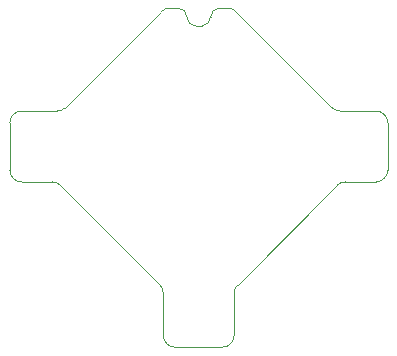
<source format=gbr>
%TF.GenerationSoftware,KiCad,Pcbnew,8.99.0-unknown-77b1d367df~178~ubuntu23.10.1*%
%TF.CreationDate,2024-10-31T14:46:16-04:00*%
%TF.ProjectId,nRF54L15_nPM2100_CR2032,6e524635-344c-4313-955f-6e504d323130,rev?*%
%TF.SameCoordinates,Original*%
%TF.FileFunction,Profile,NP*%
%FSLAX46Y46*%
G04 Gerber Fmt 4.6, Leading zero omitted, Abs format (unit mm)*
G04 Created by KiCad (PCBNEW 8.99.0-unknown-77b1d367df~178~ubuntu23.10.1) date 2024-10-31 14:46:16*
%MOMM*%
%LPD*%
G01*
G04 APERTURE LIST*
%TA.AperFunction,Profile*%
%ADD10C,0.050000*%
%TD*%
G04 APERTURE END LIST*
D10*
X175000000Y-52000000D02*
X178000000Y-52000000D01*
X188250000Y-43292893D02*
G75*
G02*
X189000007Y-44042893I0J-750007D01*
G01*
X174000000Y-57000000D02*
X174000000Y-53000000D01*
X193000000Y-71000000D02*
G75*
G02*
X192000000Y-72000000I-1000000J0D01*
G01*
X191000000Y-44042893D02*
G75*
G02*
X191750000Y-43292900I750000J-7D01*
G01*
X205000000Y-52000000D02*
G75*
G02*
X206000000Y-53000000I0J-1000000D01*
G01*
X189750000Y-44800000D02*
G75*
G02*
X189000000Y-44050000I0J750000D01*
G01*
X175000000Y-58000000D02*
G75*
G02*
X174000000Y-57000000I0J1000000D01*
G01*
X177585786Y-58000000D02*
X175000000Y-58000000D01*
X193000000Y-67414214D02*
G75*
G02*
X193292886Y-66707100I1000000J14D01*
G01*
X193171572Y-43585786D02*
X201292893Y-51707107D01*
X174000000Y-53000000D02*
G75*
G02*
X175000000Y-52000000I1000000J0D01*
G01*
X186707107Y-66707107D02*
X178292893Y-58292893D01*
X192464465Y-43292893D02*
G75*
G02*
X193171549Y-43585809I35J-999807D01*
G01*
X202414214Y-58000000D02*
X205000000Y-58000000D01*
X187535535Y-43292893D02*
X188250000Y-43292893D01*
X193000000Y-71000000D02*
X193000000Y-67414214D01*
X190000000Y-72000000D02*
X188000000Y-72000000D01*
X206000000Y-57000000D02*
G75*
G02*
X205000000Y-58000000I-1000000J0D01*
G01*
X202000000Y-52000000D02*
G75*
G02*
X201292914Y-51707086I0J999900D01*
G01*
X193292893Y-66707107D02*
X201707107Y-58292893D01*
X206000000Y-57000000D02*
X206000000Y-53000000D01*
X191000000Y-44042893D02*
X191000000Y-44050000D01*
X191750000Y-43292893D02*
X192464465Y-43292893D01*
X190000000Y-72000000D02*
X192000000Y-72000000D01*
X188000000Y-72000000D02*
G75*
G02*
X187000000Y-71000000I0J1000000D01*
G01*
X186828428Y-43585786D02*
X178707107Y-51707107D01*
X186707107Y-66707107D02*
G75*
G02*
X186999961Y-67414214I-707207J-707093D01*
G01*
X201707107Y-58292893D02*
G75*
G02*
X202414214Y-58000039I707093J-707207D01*
G01*
X191000000Y-44050000D02*
G75*
G02*
X190250000Y-44800000I-750000J0D01*
G01*
X187000000Y-71000000D02*
X187000000Y-67414214D01*
X177585786Y-58000000D02*
G75*
G02*
X178292900Y-58292886I14J-1000000D01*
G01*
X205000000Y-52000000D02*
X202000000Y-52000000D01*
X190250000Y-44800000D02*
X189750000Y-44800000D01*
X189000000Y-44042893D02*
X189000000Y-44050000D01*
X186828428Y-43585786D02*
G75*
G02*
X187535535Y-43292878I707172J-707214D01*
G01*
X178707107Y-51707107D02*
G75*
G02*
X178000000Y-51999983I-707207J707407D01*
G01*
M02*

</source>
